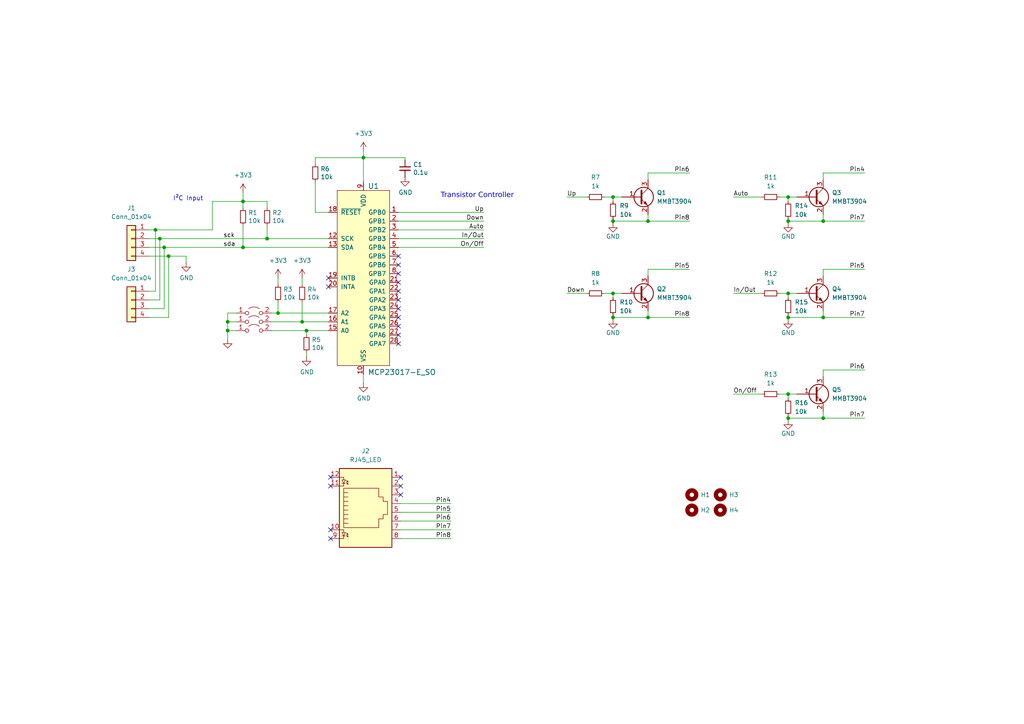
<source format=kicad_sch>
(kicad_sch (version 20231120) (generator "eeschema") (generator_version "8.0")
  (paper "A4")
  (title_block (title "Maxxfan Ethernet Controller") (date "2024-03-06") (rev "v01") (company "VANPI") (comment 1 "Checked by: Karl ") (comment 2 "Designed by: Simon") (comment 3 "Project Lead: Karl") (comment 4 "Maxxfan Ethernet Controller"))
  (lib_symbols
    (symbol "Connector:RJ45_LED" (pin_names (offset 1.016))
      (property "Reference" "J" (at -5.08 13.97 0))
      (property "Value" "RJ45_LED" (at 1.27 13.97 0))
      (symbol "RJ45_LED_0_1"
        (polyline (pts (xy -7.62 -7.62) (xy -6.35 -7.62)))
        (polyline (pts (xy -7.62 -5.08) (xy -6.35 -5.08)))
        (polyline (pts (xy -7.62 7.62) (xy -6.35 7.62)))
        (polyline (pts (xy -7.62 10.16) (xy -6.35 10.16)))
        (polyline (pts (xy -6.858 -5.842) (xy -5.842 -5.842)))
        (polyline (pts (xy -6.858 9.398) (xy -5.842 9.398)))
        (polyline (pts (xy -6.35 -7.62) (xy -6.35 -6.858)))
        (polyline (pts (xy -6.35 -5.08) (xy -6.35 -5.842)))
        (polyline (pts (xy -6.35 7.62) (xy -6.35 8.382)))
        (polyline (pts (xy -6.35 10.16) (xy -6.35 9.398)))
        (polyline (pts (xy -5.08 -6.223) (xy -5.207 -6.604)))
        (polyline (pts (xy -5.08 -5.588) (xy -5.207 -5.969)))
        (polyline (pts (xy -5.08 4.445) (xy -6.35 4.445)))
        (polyline (pts (xy -5.08 5.715) (xy -6.35 5.715)))
        (polyline (pts (xy -5.08 9.017) (xy -5.207 8.636)))
        (polyline (pts (xy -5.08 9.652) (xy -5.207 9.271)))
        (polyline (pts (xy -6.35 -3.175) (xy -5.08 -3.175) (xy -5.08 -3.175)))
        (polyline (pts (xy -6.35 -1.905) (xy -5.08 -1.905) (xy -5.08 -1.905)))
        (polyline (pts (xy -6.35 -0.635) (xy -5.08 -0.635) (xy -5.08 -0.635)))
        (polyline (pts (xy -6.35 0.635) (xy -5.08 0.635) (xy -5.08 0.635)))
        (polyline (pts (xy -6.35 1.905) (xy -5.08 1.905) (xy -5.08 1.905)))
        (polyline (pts (xy -5.588 -6.731) (xy -5.08 -6.223) (xy -5.461 -6.35)))
        (polyline (pts (xy -5.588 -6.096) (xy -5.08 -5.588) (xy -5.461 -5.715)))
        (polyline (pts (xy -5.588 8.509) (xy -5.08 9.017) (xy -5.461 8.89)))
        (polyline (pts (xy -5.588 9.144) (xy -5.08 9.652) (xy -5.461 9.525)))
        (polyline (pts (xy -5.08 3.175) (xy -6.35 3.175) (xy -6.35 3.175)))
        (polyline (pts (xy -6.35 -5.842) (xy -6.858 -6.858) (xy -5.842 -6.858) (xy -6.35 -5.842)))
        (polyline (pts (xy -6.35 9.398) (xy -6.858 8.382) (xy -5.842 8.382) (xy -6.35 9.398)))
        (polyline (pts (xy -6.35 -4.445) (xy -6.35 6.985) (xy 3.81 6.985) (xy 3.81 4.445) (xy 5.08 4.445) (xy 5.08 3.175) (xy 6.35 3.175) (xy 6.35 -0.635) (xy 5.08 -0.635) (xy 5.08 -1.905) (xy 3.81 -1.905) (xy 3.81 -4.445) (xy -6.35 -4.445) (xy -6.35 -4.445)))
        (rectangle (start 7.62 12.7) (end -7.62 -10.16) (stroke (width 0.254)) (fill (type background)))
      )
      (symbol "RJ45_LED_1_1"
        (pin passive line (at 10.16 -7.62 180) (length 2.54) (name "~") (number "1"))
        (pin passive line (at -10.16 7.62 0) (length 2.54) (name "~") (number "10"))
        (pin passive line (at -10.16 -5.08 0) (length 2.54) (name "~") (number "11"))
        (pin passive line (at -10.16 -7.62 0) (length 2.54) (name "~") (number "12"))
        (pin passive line (at 10.16 -5.08 180) (length 2.54) (name "~") (number "2"))
        (pin passive line (at 10.16 -2.54 180) (length 2.54) (name "~") (number "3"))
        (pin passive line (at 10.16 0 180) (length 2.54) (name "~") (number "4"))
        (pin passive line (at 10.16 2.54 180) (length 2.54) (name "~") (number "5"))
        (pin passive line (at 10.16 5.08 180) (length 2.54) (name "~") (number "6"))
        (pin passive line (at 10.16 7.62 180) (length 2.54) (name "~") (number "7"))
        (pin passive line (at 10.16 10.16 180) (length 2.54) (name "~") (number "8"))
        (pin passive line (at -10.16 10.16 0) (length 2.54) (name "~") (number "9"))
      )
    )
    (symbol "Connector_Generic:Conn_01x04" (pin_names (offset 1.016) hide)
      (property "Reference" "J" (at 0 5.08 0))
      (property "Value" "Conn_01x04" (at 0 -7.62 0))
      (symbol "Conn_01x04_1_1"
        (rectangle (start -1.27 -4.953) (end 0 -5.207) (stroke (width 0.1524)))
        (rectangle (start -1.27 -2.413) (end 0 -2.667) (stroke (width 0.1524)))
        (rectangle (start -1.27 0.127) (end 0 -0.127) (stroke (width 0.1524)))
        (rectangle (start -1.27 2.667) (end 0 2.413) (stroke (width 0.1524)))
        (rectangle (start -1.27 3.81) (end 1.27 -6.35) (stroke (width 0.254)) (fill (type background)))
        (pin passive line (at -5.08 2.54 0) (length 3.81) (name "Pin_1") (number "1"))
        (pin passive line (at -5.08 0 0) (length 3.81) (name "Pin_2") (number "2"))
        (pin passive line (at -5.08 -2.54 0) (length 3.81) (name "Pin_3") (number "3"))
        (pin passive line (at -5.08 -5.08 0) (length 3.81) (name "Pin_4") (number "4"))
      )
    )
    (symbol "Device:C_Small" (pin_numbers hide) (pin_names (offset 0.254) hide)
      (property "Reference" "C" (at 0.254 1.778 0))
      (property "Value" "C_Small" (at 0.254 -2.032 0))
      (symbol "C_Small_0_1"
        (polyline (pts (xy -1.524 -0.508) (xy 1.524 -0.508)) (stroke (width 0.3302)))
        (polyline (pts (xy -1.524 0.508) (xy 1.524 0.508)) (stroke (width 0.3048)))
      )
      (symbol "C_Small_1_1"
        (pin passive line (at 0 2.54 270) (length 2.032) (name "~") (number "1"))
        (pin passive line (at 0 -2.54 90) (length 2.032) (name "~") (number "2"))
      )
    )
    (symbol "Device:R_Small" (pin_numbers hide) (pin_names (offset 0.254) hide)
      (property "Reference" "R" (at 0.762 0.508 0))
      (property "Value" "R_Small" (at 0.762 -1.016 0))
      (symbol "R_Small_0_1"
        (rectangle (start -0.762 1.778) (end 0.762 -1.778) (stroke (width 0.2032)))
      )
      (symbol "R_Small_1_1"
        (pin passive line (at 0 2.54 270) (length 0.762) (name "~") (number "1"))
        (pin passive line (at 0 -2.54 90) (length 0.762) (name "~") (number "2"))
      )
    )
    (symbol "GCL_Integrated-Circuits:MCP23017-E_SO" (pin_names (offset 1.016))
      (property "Reference" "U18" (at -3.175 27.305 0))
      (property "Value" "MCP23017-E_SO" (at -10.795 -26.67 0))
      (symbol "MCP23017-E_SO_0_1"
        (rectangle (start -7.62 25.4) (end 7.62 -25.4) (fill (type background)))
      )
      (symbol "MCP23017-E_SO_1_1"
        (pin bidirectional line (at 10.16 19.05 180) (length 2.54) (name "GPB0") (number "1"))
        (pin power_in line (at 0 -27.94 90) (length 2.54) (name "VSS") (number "10"))
        (pin no_connect line (at 1.27 -19.05 0) (length 2.54) hide (name "NC") (number "11"))
        (pin input line (at -10.16 11.43 0) (length 2.54) (name "SCK") (number "12"))
        (pin bidirectional line (at -10.16 8.89 0) (length 2.54) (name "SDA") (number "13"))
        (pin no_connect line (at 1.27 -21.59 0) (length 2.54) hide (name "NC") (number "14"))
        (pin input line (at -10.16 -15.24 0) (length 2.54) (name "A0") (number "15"))
        (pin input line (at -10.16 -12.7 0) (length 2.54) (name "A1") (number "16"))
        (pin input line (at -10.16 -10.16 0) (length 2.54) (name "A2") (number "17"))
        (pin output line (at -10.16 19.05 0) (length 2.54) (name "~{RESET}") (number "18"))
        (pin output line (at -10.16 0 0) (length 2.54) (name "INTB") (number "19"))
        (pin bidirectional line (at 10.16 16.51 180) (length 2.54) (name "GPB1") (number "2"))
        (pin output line (at -10.16 -2.54 0) (length 2.54) (name "INTA") (number "20"))
        (pin bidirectional line (at 10.16 -1.27 180) (length 2.54) (name "GPA0") (number "21"))
        (pin bidirectional line (at 10.16 -3.81 180) (length 2.54) (name "GPA1") (number "22"))
        (pin bidirectional line (at 10.16 -6.35 180) (length 2.54) (name "GPA2") (number "23"))
        (pin bidirectional line (at 10.16 -8.89 180) (length 2.54) (name "GPA3") (number "24"))
        (pin bidirectional line (at 10.16 -11.43 180) (length 2.54) (name "GPA4") (number "25"))
        (pin bidirectional line (at 10.16 -13.97 180) (length 2.54) (name "GPA5") (number "26"))
        (pin bidirectional line (at 10.16 -16.51 180) (length 2.54) (name "GPA6") (number "27"))
        (pin bidirectional line (at 10.16 -19.05 180) (length 2.54) (name "GPA7") (number "28"))
        (pin bidirectional line (at 10.16 13.97 180) (length 2.54) (name "GPB2") (number "3"))
        (pin bidirectional line (at 10.16 11.43 180) (length 2.54) (name "GPB3") (number "4"))
        (pin bidirectional line (at 10.16 8.89 180) (length 2.54) (name "GPB4") (number "5"))
        (pin bidirectional line (at 10.16 6.35 180) (length 2.54) (name "GPB5") (number "6"))
        (pin bidirectional line (at 10.16 3.81 180) (length 2.54) (name "GPB6") (number "7"))
        (pin bidirectional line (at 10.16 1.27 180) (length 2.54) (name "GPB7") (number "8"))
        (pin power_in line (at 0 27.94 270) (length 2.54) (name "VDD") (number "9"))
      )
    )
    (symbol "Jumper:Jumper_2_Open" (pin_names (offset 0) hide)
      (property "Reference" "JP" (at 0 2.794 0))
      (property "Value" "Jumper_2_Open" (at 0 -2.286 0))
      (symbol "Jumper_2_Open_0_0"
        (circle (center -2.032 0) (radius 0.508))
        (circle (center 2.032 0) (radius 0.508))
      )
      (symbol "Jumper_2_Open_0_1"
        (arc (start 1.524 1.27) (mid 0 1.778) (end -1.524 1.27))
      )
      (symbol "Jumper_2_Open_1_1"
        (pin passive line (at -5.08 0 0) (length 2.54) (name "A") (number "1"))
        (pin passive line (at 5.08 0 180) (length 2.54) (name "B") (number "2"))
      )
    )
    (symbol "Mechanical:MountingHole" (pin_names (offset 1.016))
      (property "Reference" "H" (at 0 5.08 0))
      (property "Value" "MountingHole" (at 0 3.175 0))
      (symbol "MountingHole_0_1"
        (circle (center 0 0) (radius 1.27) (stroke (width 1.27)))
      )
    )
    (symbol "Transistor_BJT:MMBT3904" (pin_names (offset 0) hide)
      (property "Reference" "Q" (at 5.08 1.905 0))
      (property "Value" "MMBT3904" (at 5.08 0 0))
      (symbol "MMBT3904_0_1"
        (polyline (pts (xy 0.635 0.635) (xy 2.54 2.54)))
        (polyline (pts (xy 0.635 -0.635) (xy 2.54 -2.54) (xy 2.54 -2.54)))
        (polyline (pts (xy 0.635 1.905) (xy 0.635 -1.905) (xy 0.635 -1.905)) (stroke (width 0.508)))
        (polyline (pts (xy 1.27 -1.778) (xy 1.778 -1.27) (xy 2.286 -2.286) (xy 1.27 -1.778) (xy 1.27 -1.778)) (fill (type outline)))
        (circle (center 1.27 0) (radius 2.8194) (stroke (width 0.254)))
      )
      (symbol "MMBT3904_1_1"
        (pin input line (at -5.08 0 0) (length 5.715) (name "B") (number "1"))
        (pin passive line (at 2.54 -5.08 90) (length 2.54) (name "E") (number "2"))
        (pin passive line (at 2.54 5.08 270) (length 2.54) (name "C") (number "3"))
      )
    )
    (symbol "power:+3V3" (power) (pin_names (offset 0))
      (property "Value" "+3V3" (at 0 3.556 0))
      (symbol "+3V3_0_1"
        (polyline (pts (xy -0.762 1.27) (xy 0 2.54)))
        (polyline (pts (xy 0 0) (xy 0 2.54)))
        (polyline (pts (xy 0 2.54) (xy 0.762 1.27)))
      )
      (symbol "+3V3_1_1"
        (pin power_in line (at 0 0 90) (length 0) hide (name "+3V3") (number "1"))
      )
    )
    (symbol "power:GND" (power) (pin_numbers hide) (pin_names (offset 0) hide)
      (property "Value" "GND" (at 0 -3.81 0))
      (symbol "GND_0_1"
        (polyline (pts (xy 0 0) (xy 0 -1.27) (xy 1.27 -1.27) (xy 0 -2.54) (xy -1.27 -1.27) (xy 0 -1.27)))
      )
      (symbol "GND_1_1"
        (pin power_in line (at 0 0 270) (length 0) (name "~") (number "1"))
      )
    )
  )
  (junction (at 45.085 66.675))
  (junction (at 238.76 64.135))
  (junction (at 228.6 57.15))
  (junction (at 228.6 85.09))
  (junction (at 105.41 45.72))
  (junction (at 187.96 64.135))
  (junction (at 228.6 92.075))
  (junction (at 70.485 58.42))
  (junction (at 88.9 95.885))
  (junction (at 66.04 95.885))
  (junction (at 187.96 92.075))
  (junction (at 177.8 85.09))
  (junction (at 238.76 121.285))
  (junction (at 238.76 92.075))
  (junction (at 177.8 64.135))
  (junction (at 228.6 121.285))
  (junction (at 47.625 71.755))
  (junction (at 80.645 90.805))
  (junction (at 66.04 93.345))
  (junction (at 48.895 74.295))
  (junction (at 228.6 114.3))
  (junction (at 177.8 92.075))
  (junction (at 70.485 71.755))
  (junction (at 87.63 93.345))
  (junction (at 46.355 69.215))
  (junction (at 228.6 64.135))
  (junction (at 177.8 57.15))
  (junction (at 77.47 69.215))
  (no_connect (at 115.57 99.695))
  (no_connect (at 95.885 140.97))
  (no_connect (at 115.57 92.075))
  (no_connect (at 95.25 83.185))
  (no_connect (at 116.205 143.51))
  (no_connect (at 115.57 81.915))
  (no_connect (at 115.57 97.155))
  (no_connect (at 95.885 156.21))
  (no_connect (at 115.57 86.995))
  (no_connect (at 115.57 84.455))
  (no_connect (at 116.205 138.43))
  (no_connect (at 115.57 79.375))
  (no_connect (at 115.57 89.535))
  (no_connect (at 95.25 80.645))
  (no_connect (at 116.205 140.97))
  (no_connect (at 115.57 74.295))
  (no_connect (at 115.57 94.615))
  (no_connect (at 95.885 153.67))
  (no_connect (at 95.885 138.43))
  (no_connect (at 115.57 76.835))
  (wire (pts (xy 226.06 85.09) (xy 228.6 85.09)))
  (wire (pts (xy 238.76 80.01) (xy 238.76 78.105)))
  (wire (pts (xy 187.96 62.23) (xy 187.96 64.135)))
  (wire (pts (xy 238.76 62.23) (xy 238.76 64.135)))
  (wire (pts (xy 238.76 52.07) (xy 238.76 50.165)))
  (wire (pts (xy 53.975 74.295) (xy 53.975 76.2)))
  (wire (pts (xy 177.8 92.075) (xy 187.96 92.075)))
  (wire (pts (xy 115.57 66.675) (xy 140.335 66.675)))
  (wire (pts (xy 80.645 87.63) (xy 80.645 90.805)))
  (wire (pts (xy 43.18 74.295) (xy 48.895 74.295)))
  (wire (pts (xy 238.76 92.075) (xy 250.825 92.075)))
  (wire (pts (xy 177.8 57.15) (xy 180.34 57.15)))
  (wire (pts (xy 187.96 78.105) (xy 200.025 78.105)))
  (wire (pts (xy 238.76 121.285) (xy 250.825 121.285)))
  (wire (pts (xy 117.475 45.72) (xy 117.475 46.355)))
  (wire (pts (xy 105.41 45.72) (xy 117.475 45.72)))
  (wire (pts (xy 238.76 50.165) (xy 250.825 50.165)))
  (wire (pts (xy 77.47 69.215) (xy 95.25 69.215)))
  (wire (pts (xy 226.06 114.3) (xy 228.6 114.3)))
  (wire (pts (xy 80.645 90.805) (xy 95.25 90.805)))
  (wire (pts (xy 48.895 92.075) (xy 48.895 74.295)))
  (wire (pts (xy 212.725 57.15) (xy 220.98 57.15)))
  (wire (pts (xy 187.96 92.075) (xy 200.025 92.075)))
  (wire (pts (xy 228.6 85.09) (xy 228.6 86.36)))
  (wire (pts (xy 91.44 47.625) (xy 91.44 45.72)))
  (wire (pts (xy 238.76 64.135) (xy 250.825 64.135)))
  (wire (pts (xy 88.9 95.885) (xy 95.25 95.885)))
  (wire (pts (xy 116.205 156.21) (xy 130.81 156.21)))
  (wire (pts (xy 47.625 89.535) (xy 47.625 71.755)))
  (wire (pts (xy 115.57 69.215) (xy 140.335 69.215)))
  (wire (pts (xy 43.18 92.075) (xy 48.895 92.075)))
  (wire (pts (xy 61.595 58.42) (xy 61.595 66.675)))
  (wire (pts (xy 45.085 66.675) (xy 61.595 66.675)))
  (wire (pts (xy 78.74 93.345) (xy 87.63 93.345)))
  (wire (pts (xy 70.485 71.755) (xy 95.25 71.755)))
  (wire (pts (xy 177.8 85.09) (xy 180.34 85.09)))
  (wire (pts (xy 95.25 61.595) (xy 91.44 61.595)))
  (wire (pts (xy 61.595 58.42) (xy 70.485 58.42)))
  (wire (pts (xy 228.6 114.3) (xy 228.6 115.57)))
  (wire (pts (xy 228.6 121.285) (xy 228.6 121.92)))
  (wire (pts (xy 238.76 119.38) (xy 238.76 121.285)))
  (wire (pts (xy 238.76 107.315) (xy 250.825 107.315)))
  (wire (pts (xy 47.625 71.755) (xy 70.485 71.755)))
  (wire (pts (xy 80.645 80.645) (xy 80.645 82.55)))
  (wire (pts (xy 238.76 78.105) (xy 250.825 78.105)))
  (wire (pts (xy 87.63 93.345) (xy 95.25 93.345)))
  (wire (pts (xy 78.74 90.805) (xy 80.645 90.805)))
  (wire (pts (xy 48.895 74.295) (xy 53.975 74.295)))
  (wire (pts (xy 115.57 64.135) (xy 140.335 64.135)))
  (wire (pts (xy 177.8 63.5) (xy 177.8 64.135)))
  (wire (pts (xy 66.04 95.885) (xy 68.58 95.885)))
  (wire (pts (xy 177.8 57.15) (xy 177.8 58.42)))
  (wire (pts (xy 66.04 93.345) (xy 66.04 95.885)))
  (wire (pts (xy 164.465 57.15) (xy 170.18 57.15)))
  (wire (pts (xy 177.8 91.44) (xy 177.8 92.075)))
  (wire (pts (xy 70.485 58.42) (xy 77.47 58.42)))
  (wire (pts (xy 77.47 58.42) (xy 77.47 60.325)))
  (wire (pts (xy 43.18 89.535) (xy 47.625 89.535)))
  (wire (pts (xy 70.485 65.405) (xy 70.485 71.755)))
  (wire (pts (xy 78.74 95.885) (xy 88.9 95.885)))
  (wire (pts (xy 177.8 64.135) (xy 187.96 64.135)))
  (wire (pts (xy 228.6 92.075) (xy 228.6 92.71)))
  (wire (pts (xy 175.26 85.09) (xy 177.8 85.09)))
  (wire (pts (xy 105.41 43.815) (xy 105.41 45.72)))
  (wire (pts (xy 228.6 85.09) (xy 231.14 85.09)))
  (wire (pts (xy 66.04 95.885) (xy 66.04 98.425)))
  (wire (pts (xy 116.205 151.13) (xy 130.81 151.13)))
  (wire (pts (xy 228.6 114.3) (xy 231.14 114.3)))
  (wire (pts (xy 238.76 109.22) (xy 238.76 107.315)))
  (wire (pts (xy 212.725 85.09) (xy 220.98 85.09)))
  (wire (pts (xy 88.9 102.235) (xy 88.9 103.505)))
  (wire (pts (xy 228.6 92.075) (xy 238.76 92.075)))
  (wire (pts (xy 164.465 85.09) (xy 170.18 85.09)))
  (wire (pts (xy 228.6 57.15) (xy 231.14 57.15)))
  (wire (pts (xy 66.04 93.345) (xy 68.58 93.345)))
  (wire (pts (xy 228.6 57.15) (xy 228.6 58.42)))
  (wire (pts (xy 91.44 52.705) (xy 91.44 61.595)))
  (wire (pts (xy 187.96 64.135) (xy 200.025 64.135)))
  (wire (pts (xy 177.8 64.135) (xy 177.8 64.77)))
  (wire (pts (xy 116.205 148.59) (xy 130.81 148.59)))
  (wire (pts (xy 187.96 52.07) (xy 187.96 50.165)))
  (wire (pts (xy 187.96 80.01) (xy 187.96 78.105)))
  (wire (pts (xy 105.41 111.125) (xy 105.41 108.585)))
  (wire (pts (xy 212.725 114.3) (xy 220.98 114.3)))
  (wire (pts (xy 228.6 64.135) (xy 228.6 64.77)))
  (wire (pts (xy 177.8 85.09) (xy 177.8 86.36)))
  (wire (pts (xy 115.57 61.595) (xy 140.335 61.595)))
  (wire (pts (xy 43.18 71.755) (xy 47.625 71.755)))
  (wire (pts (xy 187.96 50.165) (xy 200.025 50.165)))
  (wire (pts (xy 175.26 57.15) (xy 177.8 57.15)))
  (wire (pts (xy 187.96 90.17) (xy 187.96 92.075)))
  (wire (pts (xy 116.205 146.05) (xy 130.81 146.05)))
  (wire (pts (xy 226.06 57.15) (xy 228.6 57.15)))
  (wire (pts (xy 228.6 64.135) (xy 238.76 64.135)))
  (wire (pts (xy 43.18 66.675) (xy 45.085 66.675)))
  (wire (pts (xy 70.485 55.88) (xy 70.485 58.42)))
  (wire (pts (xy 70.485 60.325) (xy 70.485 58.42)))
  (wire (pts (xy 87.63 87.63) (xy 87.63 93.345)))
  (wire (pts (xy 105.41 52.705) (xy 105.41 45.72)))
  (wire (pts (xy 228.6 120.65) (xy 228.6 121.285)))
  (wire (pts (xy 116.205 153.67) (xy 130.81 153.67)))
  (wire (pts (xy 228.6 63.5) (xy 228.6 64.135)))
  (wire (pts (xy 66.04 90.805) (xy 66.04 93.345)))
  (wire (pts (xy 238.76 90.17) (xy 238.76 92.075)))
  (wire (pts (xy 43.18 86.995) (xy 46.355 86.995)))
  (wire (pts (xy 228.6 91.44) (xy 228.6 92.075)))
  (wire (pts (xy 43.18 69.215) (xy 46.355 69.215)))
  (wire (pts (xy 115.57 71.755) (xy 140.335 71.755)))
  (wire (pts (xy 46.355 69.215) (xy 77.47 69.215)))
  (wire (pts (xy 68.58 90.805) (xy 66.04 90.805)))
  (wire (pts (xy 228.6 121.285) (xy 238.76 121.285)))
  (wire (pts (xy 77.47 65.405) (xy 77.47 69.215)))
  (wire (pts (xy 177.8 92.075) (xy 177.8 92.71)))
  (wire (pts (xy 88.9 95.885) (xy 88.9 97.155)))
  (wire (pts (xy 87.63 80.645) (xy 87.63 82.55)))
  (wire (pts (xy 46.355 86.995) (xy 46.355 69.215)))
  (wire (pts (xy 43.18 84.455) (xy 45.085 84.455)))
  (wire (pts (xy 45.085 84.455) (xy 45.085 66.675)))
  (wire (pts (xy 91.44 45.72) (xy 105.41 45.72)))
  (text "I²C Input" (at 50.165 58.42 0) (effects (font (size 1.27 1.27)) (justify left bottom)))
  (text "Transistor Controller" (at 138.43 57.15 0) (effects (font (size 1.5 1.5))))
  (label "Pin6" (at 130.81 151.13 180))
  (label "Pin6" (at 200.025 50.165 180))
  (label "Pin8" (at 200.025 92.075 180))
  (label "Auto" (at 212.725 57.15 0))
  (label "In{slash}Out" (at 212.725 85.09 0))
  (label "Pin7" (at 250.825 92.075 180))
  (label "sck" (at 64.77 69.215 0))
  (label "Pin5" (at 130.81 148.59 180))
  (label "Pin4" (at 130.81 146.05 180))
  (label "Up" (at 140.335 61.595 180))
  (label "Pin5" (at 250.825 78.105 180))
  (label "Down" (at 140.335 64.135 180))
  (label "Pin5" (at 200.025 78.105 180))
  (label "Pin7" (at 250.825 64.135 180))
  (label "Pin7" (at 130.81 153.67 180))
  (label "Down" (at 164.465 85.09 0))
  (label "Pin4" (at 250.825 50.165 180))
  (label "Pin8" (at 130.81 156.21 180))
  (label "Auto" (at 140.335 66.675 180))
  (label "Pin7" (at 250.825 121.285 180))
  (label "Pin6" (at 250.825 107.315 180))
  (label "sda" (at 64.77 71.755 0))
  (label "Pin8" (at 200.025 64.135 180))
  (label "On{slash}Off" (at 140.335 71.755 180))
  (label "In{slash}Out" (at 140.335 69.215 180))
  (label "On{slash}Off" (at 212.725 114.3 0))
  (label "Up" (at 164.465 57.15 0))
  (symbol (lib_id "power:GND") (at 177.8 64.77 0) (unit 1)
    (property "Reference" "#PWR010" (effects (hide yes)))
    (property "Value" "GND" (at 177.8 68.58 0))
    (property "Description" "Power symbol creates a global label with name \"GND\" , ground" (effects (hide yes)))
  )
  (symbol (lib_id "power:+3V3") (at 70.485 55.88 0) (unit 1)
    (property "Reference" "#PWR03" (effects (hide yes)))
    (property "Value" "+3V3" (at 70.485 50.8 0))
  )
  (symbol (lib_id "Transistor_BJT:MMBT3904") (at 236.22 114.3 0) (unit 1)
    (property "Reference" "Q5" (at 241.3 113.0299 0) (effects (justify left)))
    (property "Value" "MMBT3904" (at 241.3 115.5699 0) (effects (justify left)))
    (property "Footprint" "Package_TO_SOT_SMD:SOT-23" (effects (hide yes)))
    (property "Datasheet" "https://www.onsemi.com/pdf/datasheet/pzt3904-d.pdf" (effects (hide yes)))
    (property "Description" "0.2A Ic, 40V Vce, Small Signal NPN Transistor, SOT-23" (effects (hide yes)))
  )
  (symbol (lib_id "power:GND") (at 105.41 111.125 0) (unit 1)
    (property "Reference" "#PWR08" (effects (hide yes)))
    (property "Value" "GND" (at 105.537 115.5192 0))
  )
  (symbol (lib_id "Transistor_BJT:MMBT3904") (at 236.22 57.15 0) (unit 1)
    (property "Reference" "Q3" (at 241.3 55.8799 0) (effects (justify left)))
    (property "Value" "MMBT3904" (at 241.3 58.4199 0) (effects (justify left)))
    (property "Footprint" "Package_TO_SOT_SMD:SOT-23" (effects (hide yes)))
    (property "Datasheet" "https://www.onsemi.com/pdf/datasheet/pzt3904-d.pdf" (effects (hide yes)))
    (property "Description" "0.2A Ic, 40V Vce, Small Signal NPN Transistor, SOT-23" (effects (hide yes)))
  )
  (symbol (lib_id "power:GND") (at 53.975 76.2 0) (unit 1)
    (property "Reference" "#PWR01" (effects (hide yes)))
    (property "Value" "GND" (at 54.102 80.5942 0))
  )
  (symbol (lib_id "Device:R_Small") (at 88.9 99.695 0) (unit 1)
    (property "Reference" "R5" (at 90.3986 98.5266 0) (effects (justify left)))
    (property "Value" "10k" (at 90.3986 100.838 0) (effects (justify left)))
    (property "Footprint" "Resistor_SMD:R_0603_1608Metric" (effects (hide yes)))
  )
  (symbol (lib_id "Device:R_Small") (at 223.52 57.15 90) (unit 1)
    (property "Reference" "R11" (at 223.52 51.435 90))
    (property "Value" "1k" (at 223.52 53.975 90))
    (property "Footprint" "Resistor_SMD:R_0603_1608Metric" (effects (hide yes)))
    (property "Description" "Resistor, small symbol" (effects (hide yes)))
  )
  (symbol (lib_id "Device:R_Small") (at 70.485 62.865 0) (unit 1)
    (property "Reference" "R1" (at 71.9836 61.6966 0) (effects (justify left)))
    (property "Value" "10k" (at 71.9836 64.008 0) (effects (justify left)))
    (property "Footprint" "Resistor_SMD:R_0603_1608Metric" (effects (hide yes)))
  )
  (symbol (lib_id "power:GND") (at 66.04 98.425 0) (unit 1)
    (property "Reference" "#PWR02" (effects (hide yes)))
    (property "Value" "GND" (effects (hide yes)))
  )
  (symbol (lib_id "power:GND") (at 228.6 121.92 0) (unit 1)
    (property "Reference" "#PWR014" (effects (hide yes)))
    (property "Value" "GND" (at 228.6 125.73 0))
    (property "Description" "Power symbol creates a global label with name \"GND\" , ground" (effects (hide yes)))
  )
  (symbol (lib_id "Device:R_Small") (at 223.52 85.09 90) (unit 1)
    (property "Reference" "R12" (at 223.52 79.375 90))
    (property "Value" "1k" (at 223.52 81.915 90))
    (property "Footprint" "Resistor_SMD:R_0603_1608Metric" (effects (hide yes)))
    (property "Description" "Resistor, small symbol" (effects (hide yes)))
  )
  (symbol (lib_id "Connector_Generic:Conn_01x04") (at 38.1 86.995 0) (mirror y) (unit 1)
    (property "Reference" "J3" (at 38.1 78.105 0))
    (property "Value" "Conn_01x04" (at 38.1 80.645 0))
    (property "Footprint" "Connector_JST:JST_PH_S4B-PH-K_1x04_P2.00mm_Horizontal" (effects (hide yes)))
  )
  (symbol (lib_id "Mechanical:MountingHole") (at 200.66 147.955 0) (unit 1)
    (property "Reference" "H2" (at 203.2 147.9549 0) (effects (justify left)))
    (property "Value" "MountingHole" (effects (hide yes)))
    (property "Footprint" "MountingHole:MountingHole_3.2mm_M3" (effects (hide yes)))
    (property "Description" "Mounting Hole without connection" (effects (hide yes)))
  )
  (symbol (lib_id "Device:C_Small") (at 117.475 48.895 0) (unit 1)
    (property "Reference" "C1" (at 119.8118 47.7266 0) (effects (justify left)))
    (property "Value" "0.1u" (at 119.8118 50.038 0) (effects (justify left)))
    (property "Footprint" "Capacitor_SMD:C_0603_1608Metric" (effects (hide yes)))
  )
  (symbol (lib_id "Device:R_Small") (at 228.6 118.11 180) (unit 1)
    (property "Reference" "R16" (at 230.505 116.8399 0) (effects (justify right)))
    (property "Value" "10k" (at 230.505 119.3799 0) (effects (justify right)))
    (property "Footprint" "Resistor_SMD:R_0603_1608Metric" (effects (hide yes)))
    (property "Description" "Resistor, small symbol" (effects (hide yes)))
  )
  (symbol (lib_id "Device:R_Small") (at 77.47 62.865 0) (unit 1)
    (property "Reference" "R2" (at 78.9686 61.6966 0) (effects (justify left)))
    (property "Value" "10k" (at 78.9686 64.008 0) (effects (justify left)))
    (property "Footprint" "Resistor_SMD:R_0603_1608Metric" (effects (hide yes)))
  )
  (symbol (lib_id "power:GND") (at 228.6 92.71 0) (unit 1)
    (property "Reference" "#PWR013" (effects (hide yes)))
    (property "Value" "GND" (at 228.6 96.52 0))
    (property "Description" "Power symbol creates a global label with name \"GND\" , ground" (effects (hide yes)))
  )
  (symbol (lib_id "Device:R_Small") (at 228.6 88.9 180) (unit 1)
    (property "Reference" "R15" (at 230.505 87.6299 0) (effects (justify right)))
    (property "Value" "10k" (at 230.505 90.1699 0) (effects (justify right)))
    (property "Footprint" "Resistor_SMD:R_0603_1608Metric" (effects (hide yes)))
    (property "Description" "Resistor, small symbol" (effects (hide yes)))
  )
  (symbol (lib_id "Transistor_BJT:MMBT3904") (at 236.22 85.09 0) (unit 1)
    (property "Reference" "Q4" (at 241.3 83.8199 0) (effects (justify left)))
    (property "Value" "MMBT3904" (at 241.3 86.3599 0) (effects (justify left)))
    (property "Footprint" "Package_TO_SOT_SMD:SOT-23" (effects (hide yes)))
    (property "Datasheet" "https://www.onsemi.com/pdf/datasheet/pzt3904-d.pdf" (effects (hide yes)))
    (property "Description" "0.2A Ic, 40V Vce, Small Signal NPN Transistor, SOT-23" (effects (hide yes)))
  )
  (symbol (lib_id "Connector_Generic:Conn_01x04") (at 38.1 69.215 0) (mirror y) (unit 1)
    (property "Reference" "J1" (at 38.1 60.325 0))
    (property "Value" "Conn_01x04" (at 38.1 62.865 0))
    (property "Footprint" "Connector_JST:JST_PH_S4B-PH-K_1x04_P2.00mm_Horizontal" (effects (hide yes)))
  )
  (symbol (lib_id "Device:R_Small") (at 177.8 60.96 180) (unit 1)
    (property "Reference" "R9" (at 179.705 59.6899 0) (effects (justify right)))
    (property "Value" "10k" (at 179.705 62.2299 0) (effects (justify right)))
    (property "Footprint" "Resistor_SMD:R_0603_1608Metric" (effects (hide yes)))
    (property "Description" "Resistor, small symbol" (effects (hide yes)))
  )
  (symbol (lib_id "Mechanical:MountingHole") (at 200.66 143.51 0) (unit 1)
    (property "Reference" "H1" (at 203.2 143.5099 0) (effects (justify left)))
    (property "Value" "MountingHole" (effects (hide yes)))
    (property "Footprint" "MountingHole:MountingHole_3.2mm_M3" (effects (hide yes)))
    (property "Description" "Mounting Hole without connection" (effects (hide yes)))
  )
  (symbol (lib_id "Mechanical:MountingHole") (at 208.915 143.51 0) (unit 1)
    (property "Reference" "H3" (at 211.455 143.5099 0) (effects (justify left)))
    (property "Value" "MountingHole" (effects (hide yes)))
    (property "Footprint" "MountingHole:MountingHole_3.2mm_M3" (effects (hide yes)))
    (property "Description" "Mounting Hole without connection" (effects (hide yes)))
  )
  (symbol (lib_id "Device:R_Small") (at 223.52 114.3 90) (unit 1)
    (property "Reference" "R13" (at 223.52 108.585 90))
    (property "Value" "1k" (at 223.52 111.125 90))
    (property "Footprint" "Resistor_SMD:R_0603_1608Metric" (effects (hide yes)))
    (property "Description" "Resistor, small symbol" (effects (hide yes)))
  )
  (symbol (lib_id "power:GND") (at 228.6 64.77 0) (unit 1)
    (property "Reference" "#PWR012" (effects (hide yes)))
    (property "Value" "GND" (at 228.6 68.58 0))
    (property "Description" "Power symbol creates a global label with name \"GND\" , ground" (effects (hide yes)))
  )
  (symbol (lib_id "Jumper:Jumper_2_Open") (at 73.66 93.345 0) (unit 1)
    (property "Reference" "JP2" (effects (hide yes)))
    (property "Value" "Jumper_2_Open" (effects (hide yes)))
    (property "Footprint" "Jumper:SolderJumper-2_P1.3mm_Open_RoundedPad1.0x1.5mm" (effects (hide yes)))
  )
  (symbol (lib_id "Mechanical:MountingHole") (at 208.915 147.955 0) (unit 1)
    (property "Reference" "H4" (at 211.455 147.9549 0) (effects (justify left)))
    (property "Value" "MountingHole" (effects (hide yes)))
    (property "Footprint" "MountingHole:MountingHole_3.2mm_M3" (effects (hide yes)))
    (property "Description" "Mounting Hole without connection" (effects (hide yes)))
  )
  (symbol (lib_id "Device:R_Small") (at 80.645 85.09 0) (unit 1)
    (property "Reference" "R3" (at 82.1436 83.9216 0) (effects (justify left)))
    (property "Value" "10k" (at 82.1436 86.233 0) (effects (justify left)))
    (property "Footprint" "Resistor_SMD:R_0603_1608Metric" (effects (hide yes)))
  )
  (symbol (lib_id "power:+3V3") (at 105.41 43.815 0) (unit 1)
    (property "Reference" "#PWR07" (effects (hide yes)))
    (property "Value" "+3V3" (at 105.41 38.735 0))
  )
  (symbol (lib_id "power:GND") (at 177.8 92.71 0) (unit 1)
    (property "Reference" "#PWR011" (effects (hide yes)))
    (property "Value" "GND" (at 177.8 96.52 0))
    (property "Description" "Power symbol creates a global label with name \"GND\" , ground" (effects (hide yes)))
  )
  (symbol (lib_id "Device:R_Small") (at 177.8 88.9 180) (unit 1)
    (property "Reference" "R10" (at 179.705 87.6299 0) (effects (justify right)))
    (property "Value" "10k" (at 179.705 90.1699 0) (effects (justify right)))
    (property "Footprint" "Resistor_SMD:R_0603_1608Metric" (effects (hide yes)))
    (property "Description" "Resistor, small symbol" (effects (hide yes)))
  )
  (symbol (lib_id "Transistor_BJT:MMBT3904") (at 185.42 85.09 0) (unit 1)
    (property "Reference" "Q2" (at 190.5 83.8199 0) (effects (justify left)))
    (property "Value" "MMBT3904" (at 190.5 86.3599 0) (effects (justify left)))
    (property "Footprint" "Package_TO_SOT_SMD:SOT-23" (effects (hide yes)))
    (property "Datasheet" "https://www.onsemi.com/pdf/datasheet/pzt3904-d.pdf" (effects (hide yes)))
    (property "Description" "0.2A Ic, 40V Vce, Small Signal NPN Transistor, SOT-23" (effects (hide yes)))
  )
  (symbol (lib_id "Jumper:Jumper_2_Open") (at 73.66 95.885 0) (unit 1)
    (property "Reference" "JP3" (effects (hide yes)))
    (property "Value" "Jumper_2_Open" (effects (hide yes)))
    (property "Footprint" "Jumper:SolderJumper-2_P1.3mm_Open_RoundedPad1.0x1.5mm" (effects (hide yes)))
  )
  (symbol (lib_id "power:+3V3") (at 87.63 80.645 0) (unit 1)
    (property "Reference" "#PWR05" (effects (hide yes)))
    (property "Value" "+3V3" (at 87.63 75.565 0))
  )
  (symbol (lib_id "power:+3V3") (at 80.645 80.645 0) (unit 1)
    (property "Reference" "#PWR04" (effects (hide yes)))
    (property "Value" "+3V3" (at 80.645 75.565 0))
  )
  (symbol (lib_id "power:GND") (at 88.9 103.505 0) (unit 1)
    (property "Reference" "#PWR06" (effects (hide yes)))
    (property "Value" "GND" (at 89.027 107.8992 0))
  )
  (symbol (lib_id "Device:R_Small") (at 228.6 60.96 180) (unit 1)
    (property "Reference" "R14" (at 230.505 59.6899 0) (effects (justify right)))
    (property "Value" "10k" (at 230.505 62.2299 0) (effects (justify right)))
    (property "Footprint" "Resistor_SMD:R_0603_1608Metric" (effects (hide yes)))
    (property "Description" "Resistor, small symbol" (effects (hide yes)))
  )
  (symbol (lib_id "Connector:RJ45_LED") (at 106.045 146.05 0) (mirror x) (unit 1)
    (property "Reference" "J2" (at 106.045 130.81 0))
    (property "Value" "RJ45_LED" (at 106.045 133.35 0))
    (property "Footprint" "greencharge-footprints:RJ45B*1*1" (effects (hide yes)))
    (property "Description" "RJ connector, 8P8C (8 positions 8 connected), two LEDs" (effects (hide yes)))
  )
  (symbol (lib_id "GCL_Integrated-Circuits:MCP23017-E_SO") (at 105.41 80.645 0) (unit 1)
    (property "Reference" "U1" (at 106.68 53.975 0) (effects (font (size 1.524 1.524)) (justify left)))
    (property "Value" "MCP23017-E_SO" (at 106.68 107.95 0) (effects (font (size 1.524 1.524)) (justify left)))
    (property "Footprint" "greencharge-footprints:SOIC-28_W7.5mm" (effects (hide yes)))
    (property "Datasheet" "http://www.microchip.com/mymicrochip/filehandler.aspx?ddocname=en023709" (effects (hide yes)))
    (property "Mfr#" "MCP23017-E/SO-ND" (effects (hide yes)))
  )
  (symbol (lib_id "Device:R_Small") (at 172.72 85.09 90) (unit 1)
    (property "Reference" "R8" (at 172.72 79.375 90))
    (property "Value" "1k" (at 172.72 81.915 90))
    (property "Footprint" "Resistor_SMD:R_0603_1608Metric" (effects (hide yes)))
    (property "Description" "Resistor, small symbol" (effects (hide yes)))
  )
  (symbol (lib_id "Device:R_Small") (at 172.72 57.15 90) (unit 1)
    (property "Reference" "R7" (at 172.72 51.435 90))
    (property "Value" "1k" (at 172.72 53.975 90))
    (property "Footprint" "Resistor_SMD:R_0603_1608Metric" (effects (hide yes)))
    (property "Description" "Resistor, small symbol" (effects (hide yes)))
  )
  (symbol (lib_id "power:GND") (at 117.475 51.435 0) (unit 1)
    (property "Reference" "#PWR09" (effects (hide yes)))
    (property "Value" "GND" (at 117.602 55.8292 0))
  )
  (symbol (lib_id "Device:R_Small") (at 87.63 85.09 0) (unit 1)
    (property "Reference" "R4" (at 89.1286 83.9216 0) (effects (justify left)))
    (property "Value" "10k" (at 89.1286 86.233 0) (effects (justify left)))
    (property "Footprint" "Resistor_SMD:R_0603_1608Metric" (effects (hide yes)))
  )
  (symbol (lib_id "Transistor_BJT:MMBT3904") (at 185.42 57.15 0) (unit 1)
    (property "Reference" "Q1" (at 190.5 55.8799 0) (effects (justify left)))
    (property "Value" "MMBT3904" (at 190.5 58.4199 0) (effects (justify left)))
    (property "Footprint" "Package_TO_SOT_SMD:SOT-23" (effects (hide yes)))
    (property "Datasheet" "https://www.onsemi.com/pdf/datasheet/pzt3904-d.pdf" (effects (hide yes)))
    (property "Description" "0.2A Ic, 40V Vce, Small Signal NPN Transistor, SOT-23" (effects (hide yes)))
  )
  (symbol (lib_id "Jumper:Jumper_2_Open") (at 73.66 90.805 0) (unit 1)
    (property "Reference" "JP1" (effects (hide yes)))
    (property "Value" "Jumper_2_Open" (effects (hide yes)))
    (property "Footprint" "Jumper:SolderJumper-2_P1.3mm_Open_RoundedPad1.0x1.5mm" (effects (hide yes)))
  )
  (symbol (lib_id "Device:R_Small") (at 91.44 50.165 0) (unit 1)
    (property "Reference" "R6" (at 92.9386 48.9966 0) (effects (justify left)))
    (property "Value" "10k" (at 92.9386 51.308 0) (effects (justify left)))
    (property "Footprint" "Resistor_SMD:R_0603_1608Metric" (effects (hide yes)))
  )
)
</source>
